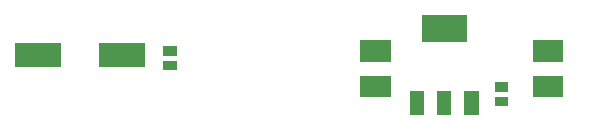
<source format=gtp>
G04 Layer: TopPasteMaskLayer*
G04 EasyEDA v6.1.52, Wed, 17 Jul 2019 13:51:58 GMT*
G04 0f272f2afd1b494c8b1dbf383a833715,ab89ba01d8c54d20b0ee7efe4e0f3ffc,10*
G04 Gerber Generator version 0.2*
G04 Scale: 100 percent, Rotated: No, Reflected: No *
G04 Dimensions in inches *
G04 leading zeros omitted , absolute positions ,2 integer and 4 decimal *
%FSLAX24Y24*%
%MOIN*%
G90*
G70D02*

%ADD12R,0.157480X0.078740*%

%LPD*%
G54D12*
G01X3947Y4600D03*
G01X1152Y4600D03*
G36*
G01X12911Y5095D02*
G01X12911Y4386D01*
G01X11888Y4386D01*
G01X11888Y5095D01*
G01X12911Y5095D01*
G37*
G36*
G01X12911Y3913D02*
G01X12911Y3204D01*
G01X11888Y3204D01*
G01X11888Y3913D01*
G01X12911Y3913D01*
G37*
G36*
G01X17638Y3204D02*
G01X17638Y3913D01*
G01X18661Y3913D01*
G01X18661Y3204D01*
G01X17638Y3204D01*
G37*
G36*
G01X17638Y4386D02*
G01X17638Y5095D01*
G01X18661Y5095D01*
G01X18661Y4386D01*
G01X17638Y4386D01*
G37*
G36*
G01X16826Y3703D02*
G01X16826Y3388D01*
G01X16373Y3388D01*
G01X16373Y3703D01*
G01X16826Y3703D01*
G37*
G36*
G01X16826Y3211D02*
G01X16826Y2896D01*
G01X16373Y2896D01*
G01X16373Y3211D01*
G01X16826Y3211D01*
G37*
G36*
G01X13951Y5047D02*
G01X13951Y5952D01*
G01X15448Y5952D01*
G01X15448Y5047D01*
G01X13951Y5047D01*
G37*
G36*
G01X14463Y2606D02*
G01X14463Y3393D01*
G01X14936Y3393D01*
G01X14936Y2606D01*
G01X14463Y2606D01*
G37*
G36*
G01X15369Y2606D02*
G01X15369Y3393D01*
G01X15841Y3393D01*
G01X15841Y2606D01*
G01X15369Y2606D01*
G37*
G36*
G01X13558Y2606D02*
G01X13558Y3393D01*
G01X14030Y3393D01*
G01X14030Y2606D01*
G01X13558Y2606D01*
G37*
G36*
G01X5323Y4096D02*
G01X5323Y4411D01*
G01X5776Y4411D01*
G01X5776Y4096D01*
G01X5323Y4096D01*
G37*
G36*
G01X5323Y4588D02*
G01X5323Y4903D01*
G01X5776Y4903D01*
G01X5776Y4588D01*
G01X5323Y4588D01*
G37*
M00*
M02*

</source>
